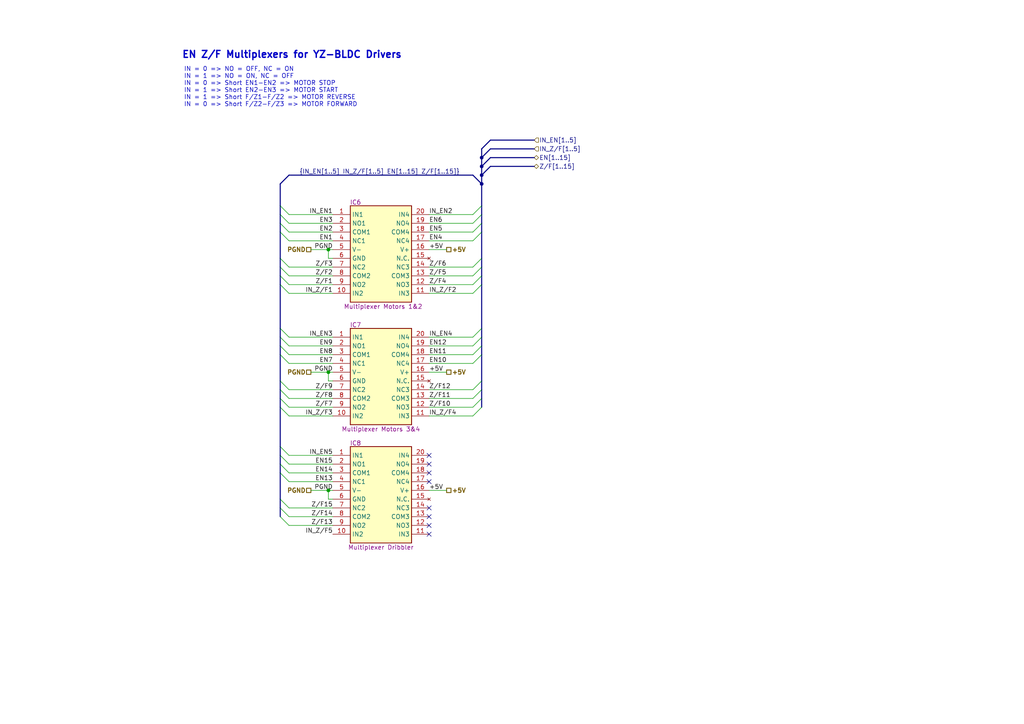
<source format=kicad_sch>
(kicad_sch (version 20230121) (generator eeschema)
  (paper "A4")
  (title_block (title "Multiplexers") (date "2024-01-18") (rev "v0.1"))
  (lib_symbols
    (symbol "CustomSymbols:ISL43240IAZ-T"
      (property "Reference_1" "IC2" (at 22.225 3.81 0))
      (property "Value_1" "ISL43240IAZ-T" (at 24.13 -27.305 0))
      (symbol "ISL43240IAZ-T_1_1"
        (rectangle (start 5.08 2.54) (end 22.86 -25.4) (stroke (width 0.254)) (fill (type background)))
        (pin passive line (at 0 0 0) (length 5.08) (name "IN1") (number "1"))
        (pin passive line (at 0 -22.86 0) (length 5.08) (name "IN2") (number "10"))
        (pin passive line (at 27.94 -22.86 180) (length 5.08) (name "IN3") (number "11"))
        (pin passive line (at 27.94 -20.32 180) (length 5.08) (name "NO3") (number "12"))
        (pin passive line (at 27.94 -17.78 180) (length 5.08) (name "COM3") (number "13"))
        (pin passive line (at 27.94 -15.24 180) (length 5.08) (name "NC3") (number "14"))
        (pin no_connect line (at 27.94 -12.7 180) (length 5.08) (name "N.C.") (number "15"))
        (pin passive line (at 27.94 -10.16 180) (length 5.08) (name "V+") (number "16"))
        (pin passive line (at 27.94 -7.62 180) (length 5.08) (name "NC4") (number "17"))
        (pin passive line (at 27.94 -5.08 180) (length 5.08) (name "COM4") (number "18"))
        (pin passive line (at 27.94 -2.54 180) (length 5.08) (name "NO4") (number "19"))
        (pin passive line (at 0 -2.54 0) (length 5.08) (name "NO1") (number "2"))
        (pin passive line (at 27.94 0 180) (length 5.08) (name "IN4") (number "20"))
        (pin passive line (at 0 -5.08 0) (length 5.08) (name "COM1") (number "3"))
        (pin passive line (at 0 -7.62 0) (length 5.08) (name "NC1") (number "4"))
        (pin passive line (at 0 -10.16 0) (length 5.08) (name "V-") (number "5"))
        (pin passive line (at 0 -12.7 0) (length 5.08) (name "GND") (number "6"))
        (pin passive line (at 0 -15.24 0) (length 5.08) (name "NC2") (number "7"))
        (pin passive line (at 0 -17.78 0) (length 5.08) (name "COM2") (number "8"))
        (pin passive line (at 0 -20.32 0) (length 5.08) (name "NO2") (number "9"))
      )
    )
  )
  (junction (at 95.25 142.24))
  (junction (at 95.25 107.95))
  (junction (at 139.7 45.72))
  (junction (at 95.25 72.39))
  (junction (at 139.7 48.26))
  (junction (at 139.7 50.8))
  (junction (at 139.7 53.34))
  (no_connect (at 124.46 149.86))
  (no_connect (at 124.46 147.32))
  (no_connect (at 124.46 139.7))
  (no_connect (at 124.46 132.08))
  (no_connect (at 124.46 154.94))
  (no_connect (at 124.46 137.16))
  (no_connect (at 124.46 152.4))
  (no_connect (at 124.46 134.62))
  (bus_entry (at 81.28 97.79) (size 2.54 2.54))
  (bus_entry (at 139.7 67.31) (size -2.54 2.54))
  (bus_entry (at 81.28 62.23) (size 2.54 2.54))
  (bus_entry (at 81.28 129.54) (size 2.54 2.54))
  (bus_entry (at 81.28 144.78) (size 2.54 2.54))
  (bus_entry (at 81.28 74.93) (size 2.54 2.54))
  (bus_entry (at 139.7 110.49) (size -2.54 2.54))
  (bus_entry (at 81.28 137.16) (size 2.54 2.54))
  (bus_entry (at 81.28 82.55) (size 2.54 2.54))
  (bus_entry (at 139.7 77.47) (size -2.54 2.54))
  (bus_entry (at 139.7 102.87) (size -2.54 2.54))
  (bus_entry (at 81.28 118.11) (size 2.54 2.54))
  (bus_entry (at 139.7 62.23) (size -2.54 2.54))
  (bus_entry (at 81.28 77.47) (size 2.54 2.54))
  (bus_entry (at 81.28 67.31) (size 2.54 2.54))
  (bus_entry (at 139.7 74.93) (size -2.54 2.54))
  (bus_entry (at 139.7 82.55) (size -2.54 2.54))
  (bus_entry (at 139.7 95.25) (size -2.54 2.54))
  (bus_entry (at 81.28 115.57) (size 2.54 2.54))
  (bus_entry (at 139.7 97.79) (size -2.54 2.54))
  (bus_entry (at 81.28 132.08) (size 2.54 2.54))
  (bus_entry (at 81.28 102.87) (size 2.54 2.54))
  (bus_entry (at 81.28 64.77) (size 2.54 2.54))
  (bus_entry (at 139.7 115.57) (size -2.54 2.54))
  (bus_entry (at 139.7 113.03) (size -2.54 2.54))
  (bus_entry (at 81.28 147.32) (size 2.54 2.54))
  (bus_entry (at 81.28 100.33) (size 2.54 2.54))
  (bus_entry (at 81.28 80.01) (size 2.54 2.54))
  (bus_entry (at 81.28 113.03) (size 2.54 2.54))
  (bus_entry (at 81.28 95.25) (size 2.54 2.54))
  (bus_entry (at 81.28 59.69) (size 2.54 2.54))
  (bus_entry (at 81.28 149.86) (size 2.54 2.54))
  (bus_entry (at 139.7 100.33) (size -2.54 2.54))
  (bus_entry (at 81.28 134.62) (size 2.54 2.54))
  (bus_entry (at 139.7 118.11) (size -2.54 2.54))
  (bus_entry (at 139.7 64.77) (size -2.54 2.54))
  (bus_entry (at 81.28 110.49) (size 2.54 2.54))
  (bus_entry (at 139.7 59.69) (size -2.54 2.54))
  (bus_entry (at 139.7 80.01) (size -2.54 2.54))
  (bus (pts (xy 81.28 113.03) (xy 81.28 115.57)))
  (wire (pts (xy 137.16 113.03) (xy 124.46 113.03)))
  (wire (pts (xy 83.82 82.55) (xy 96.52 82.55)))
  (wire (pts (xy 124.46 69.85) (xy 137.16 69.85)))
  (bus (pts (xy 139.7 62.23) (xy 139.7 59.69)))
  (bus (pts (xy 81.28 144.78) (xy 81.28 147.32)))
  (wire (pts (xy 83.82 115.57) (xy 96.52 115.57)))
  (bus (pts (xy 139.7 100.33) (xy 139.7 102.87)))
  (wire (pts (xy 124.46 107.95) (xy 129.54 107.95)))
  (wire (pts (xy 83.82 85.09) (xy 96.52 85.09)))
  (wire (pts (xy 83.82 102.87) (xy 96.52 102.87)))
  (bus (pts (xy 81.28 129.54) (xy 81.28 132.08)))
  (bus (pts (xy 139.7 102.87) (xy 139.7 110.49)))
  (wire (pts (xy 124.46 67.31) (xy 137.16 67.31)))
  (wire (pts (xy 83.82 152.4) (xy 96.52 152.4)))
  (bus (pts (xy 139.7 74.93) (xy 139.7 67.31)))
  (wire (pts (xy 124.46 120.65) (xy 137.16 120.65)))
  (wire (pts (xy 83.82 62.23) (xy 96.52 62.23)))
  (bus (pts (xy 81.28 64.77) (xy 81.28 67.31)))
  (bus (pts (xy 142.24 45.72) (xy 139.7 48.26)))
  (wire (pts (xy 96.52 74.93) (xy 95.25 74.93)))
  (wire (pts (xy 83.82 134.62) (xy 96.52 134.62)))
  (wire (pts (xy 83.82 97.79) (xy 96.52 97.79)))
  (wire (pts (xy 137.16 115.57) (xy 124.46 115.57)))
  (wire (pts (xy 124.46 80.01) (xy 137.16 80.01)))
  (bus (pts (xy 139.7 110.49) (xy 139.7 113.03)))
  (bus (pts (xy 139.7 80.01) (xy 139.7 77.47)))
  (bus (pts (xy 139.7 43.18) (xy 139.7 45.72)))
  (bus (pts (xy 81.28 115.57) (xy 81.28 118.11)))
  (wire (pts (xy 83.82 105.41) (xy 96.52 105.41)))
  (wire (pts (xy 90.17 142.24) (xy 95.25 142.24)))
  (bus (pts (xy 139.7 113.03) (xy 139.7 115.57)))
  (wire (pts (xy 83.82 118.11) (xy 96.52 118.11)))
  (bus (pts (xy 139.7 82.55) (xy 139.7 95.25)))
  (bus (pts (xy 139.7 115.57) (xy 139.7 118.11)))
  (bus (pts (xy 81.28 110.49) (xy 81.28 113.03)))
  (wire (pts (xy 137.16 97.79) (xy 124.46 97.79)))
  (wire (pts (xy 96.52 110.49) (xy 95.25 110.49)))
  (wire (pts (xy 83.82 100.33) (xy 96.52 100.33)))
  (wire (pts (xy 83.82 120.65) (xy 96.52 120.65)))
  (bus (pts (xy 139.7 53.34) (xy 139.7 59.69)))
  (bus (pts (xy 81.28 82.55) (xy 81.28 95.25)))
  (bus (pts (xy 139.7 67.31) (xy 139.7 64.77)))
  (wire (pts (xy 95.25 142.24) (xy 96.52 142.24)))
  (bus (pts (xy 139.7 64.77) (xy 139.7 62.23)))
  (bus (pts (xy 139.7 45.72) (xy 139.7 48.26)))
  (wire (pts (xy 124.46 142.24) (xy 129.54 142.24)))
  (bus (pts (xy 81.28 77.47) (xy 81.28 80.01)))
  (wire (pts (xy 83.82 80.01) (xy 96.52 80.01)))
  (bus (pts (xy 81.28 67.31) (xy 81.28 74.93)))
  (wire (pts (xy 83.82 64.77) (xy 96.52 64.77)))
  (wire (pts (xy 137.16 118.11) (xy 124.46 118.11)))
  (bus (pts (xy 81.28 62.23) (xy 81.28 64.77)))
  (wire (pts (xy 124.46 64.77) (xy 137.16 64.77)))
  (bus (pts (xy 81.28 53.34) (xy 81.28 59.69)))
  (bus (pts (xy 142.24 40.64) (xy 154.94 40.64)))
  (wire (pts (xy 95.25 72.39) (xy 96.52 72.39)))
  (bus (pts (xy 142.24 45.72) (xy 154.94 45.72)))
  (wire (pts (xy 83.82 137.16) (xy 96.52 137.16)))
  (bus (pts (xy 139.7 48.26) (xy 139.7 50.8)))
  (wire (pts (xy 83.82 132.08) (xy 96.52 132.08)))
  (bus (pts (xy 139.7 95.25) (xy 139.7 97.79)))
  (wire (pts (xy 95.25 107.95) (xy 96.52 107.95)))
  (wire (pts (xy 95.25 74.93) (xy 95.25 72.39)))
  (wire (pts (xy 124.46 85.09) (xy 137.16 85.09)))
  (wire (pts (xy 95.25 110.49) (xy 95.25 107.95)))
  (bus (pts (xy 142.24 43.18) (xy 139.7 45.72)))
  (bus (pts (xy 81.28 147.32) (xy 81.28 149.86)))
  (wire (pts (xy 83.82 113.03) (xy 96.52 113.03)))
  (wire (pts (xy 124.46 82.55) (xy 137.16 82.55)))
  (bus (pts (xy 137.16 50.8) (xy 139.7 53.34)))
  (bus (pts (xy 81.28 59.69) (xy 81.28 62.23)))
  (bus (pts (xy 139.7 77.47) (xy 139.7 74.93)))
  (wire (pts (xy 137.16 102.87) (xy 124.46 102.87)))
  (wire (pts (xy 137.16 105.41) (xy 124.46 105.41)))
  (wire (pts (xy 90.17 72.39) (xy 95.25 72.39)))
  (wire (pts (xy 124.46 77.47) (xy 137.16 77.47)))
  (bus (pts (xy 81.28 80.01) (xy 81.28 82.55)))
  (wire (pts (xy 83.82 147.32) (xy 96.52 147.32)))
  (wire (pts (xy 83.82 77.47) (xy 96.52 77.47)))
  (wire (pts (xy 90.17 107.95) (xy 95.25 107.95)))
  (wire (pts (xy 83.82 149.86) (xy 96.52 149.86)))
  (bus (pts (xy 81.28 118.11) (xy 81.28 129.54)))
  (bus (pts (xy 142.24 48.26) (xy 154.94 48.26)))
  (bus (pts (xy 81.28 95.25) (xy 81.28 97.79)))
  (bus (pts (xy 81.28 132.08) (xy 81.28 134.62)))
  (bus (pts (xy 142.24 48.26) (xy 139.7 50.8)))
  (wire (pts (xy 137.16 62.23) (xy 124.46 62.23)))
  (wire (pts (xy 96.52 144.78) (xy 95.25 144.78)))
  (bus (pts (xy 139.7 97.79) (xy 139.7 100.33)))
  (bus (pts (xy 139.7 50.8) (xy 139.7 53.34)))
  (bus (pts (xy 81.28 100.33) (xy 81.28 102.87)))
  (bus (pts (xy 81.28 97.79) (xy 81.28 100.33)))
  (bus (pts (xy 81.28 74.93) (xy 81.28 77.47)))
  (bus (pts (xy 83.82 50.8) (xy 81.28 53.34)))
  (bus (pts (xy 83.82 50.8) (xy 137.16 50.8)))
  (wire (pts (xy 83.82 139.7) (xy 96.52 139.7)))
  (wire (pts (xy 124.46 72.39) (xy 129.54 72.39)))
  (wire (pts (xy 137.16 100.33) (xy 124.46 100.33)))
  (bus (pts (xy 142.24 40.64) (xy 139.7 43.18)))
  (bus (pts (xy 81.28 134.62) (xy 81.28 137.16)))
  (wire (pts (xy 95.25 144.78) (xy 95.25 142.24)))
  (bus (pts (xy 81.28 102.87) (xy 81.28 110.49)))
  (bus (pts (xy 81.28 137.16) (xy 81.28 144.78)))
  (bus (pts (xy 142.24 43.18) (xy 154.94 43.18)))
  (bus (pts (xy 139.7 80.01) (xy 139.7 82.55)))
  (wire (pts (xy 83.82 67.31) (xy 96.52 67.31)))
  (wire (pts (xy 83.82 69.85) (xy 96.52 69.85)))
  (text "IN = 0 => NO = OFF, NC = ON\nIN = 1 => NO = ON, NC = OFF\nIN = 0 => Short EN1-EN2 => MOTOR STOP\nIN = 1 => Short EN2-EN3 => MOTOR START\nIN = 1 => Short F/Z1-F/Z2 => MOTOR REVERSE\nIN = 0 => Short F/Z2-F/Z3 => MOTOR FORWARD" (at 53.34 31.115 0) (effects (font (size 1.27 1.27)) (justify left bottom)))
  (text "EN Z/F Multiplexers for YZ-BLDC Drivers" (at 52.705 17.145 0) (effects (font (size 2 2) (thickness 0.4) bold) (justify left bottom)))
  (label "Z{slash}F7" (at 96.52 118.11 180))
  (label "Z{slash}F4" (at 124.46 82.55 0))
  (label "EN1" (at 96.52 69.85 180))
  (label "EN15" (at 96.52 134.62 180))
  (label "IN_EN2" (at 124.46 62.23 0))
  (label "Z{slash}F15" (at 96.52 147.32 180))
  (label "IN_Z{slash}F5" (at 96.52 154.94 180))
  (label "PGND" (at 96.52 142.24 180))
  (label "EN7" (at 96.52 105.41 180))
  (label "Z{slash}F11" (at 124.46 115.57 0))
  (label "IN_EN4" (at 124.46 97.79 0))
  (label "Z{slash}F12" (at 124.46 113.03 0))
  (label "Z{slash}F14" (at 96.52 149.86 180))
  (label "EN5" (at 124.46 67.31 0))
  (label "Z{slash}F9" (at 96.52 113.03 180))
  (label "EN6" (at 124.46 64.77 0))
  (label "EN3" (at 96.52 64.77 180))
  (label "EN13" (at 96.52 139.7 180))
  (label "{IN_EN[1..5] IN_Z{slash}F[1..5] EN[1..15] Z{slash}F[1..15]}" (at 133.35 50.8 180))
  (label "Z{slash}F10" (at 124.46 118.11 0))
  (label "Z{slash}F3" (at 96.52 77.47 180))
  (label "IN_Z{slash}F2" (at 124.46 85.09 0))
  (label "Z{slash}F8" (at 96.52 115.57 180))
  (label "PGND" (at 96.52 107.95 180))
  (label "IN_Z{slash}F1" (at 96.52 85.09 180))
  (label "+5V" (at 124.46 142.24 0))
  (label "EN9" (at 96.52 100.33 180))
  (label "Z{slash}F13" (at 96.52 152.4 180))
  (label "+5V" (at 124.46 72.39 0))
  (label "IN_Z{slash}F4" (at 124.46 120.65 0))
  (label "EN4" (at 124.46 69.85 0))
  (label "IN_EN5" (at 96.52 132.08 180))
  (label "IN_EN3" (at 96.52 97.79 180))
  (label "Z{slash}F6" (at 124.46 77.47 0))
  (label "EN2" (at 96.52 67.31 180))
  (label "EN10" (at 124.46 105.41 0))
  (label "EN12" (at 124.46 100.33 0))
  (label "Z{slash}F2" (at 96.52 80.01 180))
  (label "IN_EN1" (at 96.52 62.23 180))
  (label "Z{slash}F5" (at 124.46 80.01 0))
  (label "Z{slash}F1" (at 96.52 82.55 180))
  (label "+5V" (at 124.46 107.95 0))
  (label "PGND" (at 96.52 72.39 180))
  (label "EN11" (at 124.46 102.87 0))
  (label "EN8" (at 96.52 102.87 180))
  (label "EN14" (at 96.52 137.16 180))
  (label "IN_Z{slash}F3" (at 96.52 120.65 180))
  (hierarchical_label "IN_Z{slash}F[1..5]" (shape input) (at 154.94 43.18 0))
  (hierarchical_label "Z{slash}F[1..15]" (shape bidirectional) (at 154.94 48.26 0))
  (hierarchical_label "+5V" (shape passive) (at 129.54 72.39 0) (effects (font bold)))
  (hierarchical_label "EN[1..15]" (shape bidirectional) (at 154.94 45.72 0))
  (hierarchical_label "PGND" (shape passive) (at 90.17 107.95 180) (effects (font bold)))
  (hierarchical_label "IN_EN[1..5]" (shape input) (at 154.94 40.64 0))
  (hierarchical_label "PGND" (shape passive) (at 90.17 72.39 180) (effects (font bold)))
  (hierarchical_label "PGND" (shape passive) (at 90.17 142.24 180) (effects (font bold)))
  (hierarchical_label "+5V" (shape passive) (at 129.54 142.24 0) (effects (font bold)))
  (hierarchical_label "+5V" (shape passive) (at 129.54 107.95 0) (effects (font bold)))
  (symbol (lib_id "CustomSymbols:ISL43240IAZ-T") (at 96.52 97.79 0) (unit 1)
    (property "Reference" "U2" (effects hide))
    (property "Value" "ISL43240IAZ-T" (effects hide))
    (property "Reference_1" "IC7" (at 103.124 94.234 0))
    (property "Value_1" "Multiplexer Motors 3&4" (at 110.49 124.46 0))
    (property "Footprint_1" "SOP65P778X199-20N" (effects hide))
    (property "Datasheet_1" "https://www.renesas.com/en-us/www/doc/datasheet/isl43240.pdf" (effects hide))
    (property "Height" "1.99" (effects hide))
    (property "Mouser Part Number" "968-ISL43240IAZ-T" (effects hide))
    (property "Mouser Price/Stock" "https://www.mouser.co.uk/ProductDetail/Renesas-Intersil/ISL43240IAZ-T?qs=9fLuogzTs8I13KOZrL%252BsYQ%3D%3D" (effects hide))
    (property "Manufacturer_Name" "Renesas Electronics" (effects hide))
    (property "Manufacturer_Part_Number" "ISL43240IAZ-T" (effects hide))
  )
  (symbol (lib_id "CustomSymbols:ISL43240IAZ-T") (at 96.52 62.23 0) (unit 1)
    (property "Reference" "U1" (effects hide))
    (property "Value" "Motors_EN" (effects hide))
    (property "Reference_1" "IC6" (at 103.124 58.674 0))
    (property "Value_1" "Multiplexer Motors 1&2" (at 111.125 88.9 0))
    (property "Footprint_1" "SOP65P778X199-20N" (effects hide))
    (property "Datasheet_1" "https://www.renesas.com/en-us/www/doc/datasheet/isl43240.pdf" (effects hide))
    (property "Height" "1.99" (effects hide))
    (property "Mouser Part Number" "968-ISL43240IAZ-T" (effects hide))
    (property "Mouser Price/Stock" "https://www.mouser.co.uk/ProductDetail/Renesas-Intersil/ISL43240IAZ-T?qs=9fLuogzTs8I13KOZrL%252BsYQ%3D%3D" (effects hide))
    (property "Manufacturer_Name" "Renesas Electronics" (effects hide))
    (property "Manufacturer_Part_Number" "ISL43240IAZ-T" (effects hide))
  )
  (symbol (lib_id "CustomSymbols:ISL43240IAZ-T") (at 96.52 132.08 0) (unit 1)
    (property "Reference" "U3" (effects hide))
    (property "Value" "ISL43240IAZ-T" (effects hide))
    (property "Reference_1" "IC8" (at 103.124 128.524 0))
    (property "Value_1" "Multiplexer Dribbler" (at 110.49 158.75 0))
    (property "Footprint_1" "SOP65P778X199-20N" (effects hide))
    (property "Datasheet_1" "https://www.renesas.com/en-us/www/doc/datasheet/isl43240.pdf" (effects hide))
    (property "Height" "1.99" (effects hide))
    (property "Mouser Part Number" "968-ISL43240IAZ-T" (effects hide))
    (property "Mouser Price/Stock" "https://www.mouser.co.uk/ProductDetail/Renesas-Intersil/ISL43240IAZ-T?qs=9fLuogzTs8I13KOZrL%252BsYQ%3D%3D" (effects hide))
    (property "Manufacturer_Name" "Renesas Electronics" (effects hide))
    (property "Manufacturer_Part_Number" "ISL43240IAZ-T" (effects hide))
  )
)
</source>
